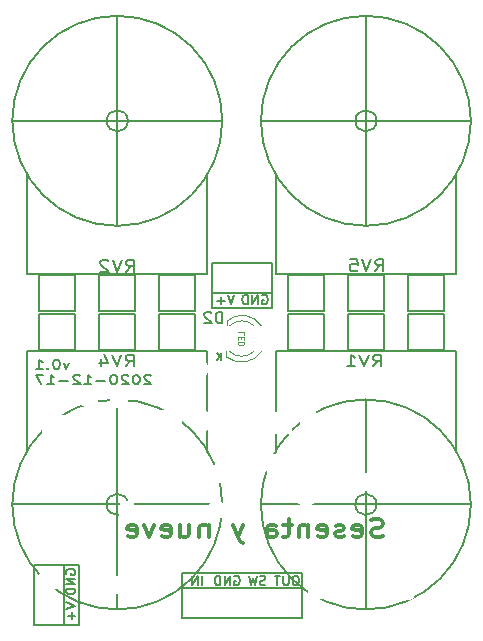
<source format=gbr>
%TF.GenerationSoftware,KiCad,Pcbnew,6.0.0+dfsg1-2*%
%TF.CreationDate,2022-01-11T21:34:29+02:00*%
%TF.ProjectId,sesenta-y-nueve,73657365-6e74-4612-9d79-2d6e75657665,rev?*%
%TF.SameCoordinates,Original*%
%TF.FileFunction,Legend,Bot*%
%TF.FilePolarity,Positive*%
%FSLAX46Y46*%
G04 Gerber Fmt 4.6, Leading zero omitted, Abs format (unit mm)*
G04 Created by KiCad (PCBNEW 6.0.0+dfsg1-2) date 2022-01-11 21:34:29*
%MOMM*%
%LPD*%
G01*
G04 APERTURE LIST*
%ADD10C,0.127000*%
%ADD11C,0.300000*%
%ADD12C,0.152400*%
%ADD13C,0.150000*%
%ADD14C,0.100000*%
%ADD15C,0.120000*%
%ADD16R,2.540000X2.540000*%
%ADD17O,2.540000X2.540000*%
%ADD18R,1.930400X1.930400*%
%ADD19O,1.930400X1.930400*%
%ADD20C,1.600000*%
%ADD21O,1.600000X1.600000*%
%ADD22R,2.200000X2.200000*%
%ADD23O,2.200000X2.200000*%
%ADD24R,1.600000X1.600000*%
%ADD25R,1.800000X1.800000*%
%ADD26C,1.800000*%
G04 APERTURE END LIST*
D10*
X124957550Y-92834571D02*
X124719454Y-93367904D01*
X124481359Y-92834571D01*
X123909930Y-92567904D02*
X123814692Y-92567904D01*
X123719454Y-92606000D01*
X123671835Y-92644095D01*
X123624216Y-92720285D01*
X123576597Y-92872666D01*
X123576597Y-93063142D01*
X123624216Y-93215523D01*
X123671835Y-93291714D01*
X123719454Y-93329809D01*
X123814692Y-93367904D01*
X123909930Y-93367904D01*
X124005169Y-93329809D01*
X124052788Y-93291714D01*
X124100407Y-93215523D01*
X124148026Y-93063142D01*
X124148026Y-92872666D01*
X124100407Y-92720285D01*
X124052788Y-92644095D01*
X124005169Y-92606000D01*
X123909930Y-92567904D01*
X123148026Y-93291714D02*
X123100407Y-93329809D01*
X123148026Y-93367904D01*
X123195645Y-93329809D01*
X123148026Y-93291714D01*
X123148026Y-93367904D01*
X122148026Y-93367904D02*
X122719454Y-93367904D01*
X122433740Y-93367904D02*
X122433740Y-92567904D01*
X122528978Y-92682190D01*
X122624216Y-92758380D01*
X122719454Y-92796476D01*
X131862311Y-93932095D02*
X131814692Y-93894000D01*
X131719454Y-93855904D01*
X131481359Y-93855904D01*
X131386121Y-93894000D01*
X131338502Y-93932095D01*
X131290883Y-94008285D01*
X131290883Y-94084476D01*
X131338502Y-94198761D01*
X131909930Y-94655904D01*
X131290883Y-94655904D01*
X130671835Y-93855904D02*
X130576597Y-93855904D01*
X130481359Y-93894000D01*
X130433740Y-93932095D01*
X130386121Y-94008285D01*
X130338502Y-94160666D01*
X130338502Y-94351142D01*
X130386121Y-94503523D01*
X130433740Y-94579714D01*
X130481359Y-94617809D01*
X130576597Y-94655904D01*
X130671835Y-94655904D01*
X130767073Y-94617809D01*
X130814692Y-94579714D01*
X130862311Y-94503523D01*
X130909930Y-94351142D01*
X130909930Y-94160666D01*
X130862311Y-94008285D01*
X130814692Y-93932095D01*
X130767073Y-93894000D01*
X130671835Y-93855904D01*
X129957550Y-93932095D02*
X129909930Y-93894000D01*
X129814692Y-93855904D01*
X129576597Y-93855904D01*
X129481359Y-93894000D01*
X129433740Y-93932095D01*
X129386121Y-94008285D01*
X129386121Y-94084476D01*
X129433740Y-94198761D01*
X130005169Y-94655904D01*
X129386121Y-94655904D01*
X128767073Y-93855904D02*
X128671835Y-93855904D01*
X128576597Y-93894000D01*
X128528978Y-93932095D01*
X128481359Y-94008285D01*
X128433740Y-94160666D01*
X128433740Y-94351142D01*
X128481359Y-94503523D01*
X128528978Y-94579714D01*
X128576597Y-94617809D01*
X128671835Y-94655904D01*
X128767073Y-94655904D01*
X128862311Y-94617809D01*
X128909930Y-94579714D01*
X128957550Y-94503523D01*
X129005169Y-94351142D01*
X129005169Y-94160666D01*
X128957550Y-94008285D01*
X128909930Y-93932095D01*
X128862311Y-93894000D01*
X128767073Y-93855904D01*
X128005169Y-94351142D02*
X127243264Y-94351142D01*
X126243264Y-94655904D02*
X126814692Y-94655904D01*
X126528978Y-94655904D02*
X126528978Y-93855904D01*
X126624216Y-93970190D01*
X126719454Y-94046380D01*
X126814692Y-94084476D01*
X125862311Y-93932095D02*
X125814692Y-93894000D01*
X125719454Y-93855904D01*
X125481359Y-93855904D01*
X125386121Y-93894000D01*
X125338502Y-93932095D01*
X125290883Y-94008285D01*
X125290883Y-94084476D01*
X125338502Y-94198761D01*
X125909930Y-94655904D01*
X125290883Y-94655904D01*
X124862311Y-94351142D02*
X124100407Y-94351142D01*
X123100407Y-94655904D02*
X123671835Y-94655904D01*
X123386121Y-94655904D02*
X123386121Y-93855904D01*
X123481359Y-93970190D01*
X123576597Y-94046380D01*
X123671835Y-94084476D01*
X122767073Y-93855904D02*
X122100407Y-93855904D01*
X122528978Y-94655904D01*
D11*
X151492857Y-107507142D02*
X151235714Y-107578571D01*
X150807142Y-107578571D01*
X150635714Y-107507142D01*
X150550000Y-107435714D01*
X150464285Y-107292857D01*
X150464285Y-107150000D01*
X150550000Y-107007142D01*
X150635714Y-106935714D01*
X150807142Y-106864285D01*
X151150000Y-106792857D01*
X151321428Y-106721428D01*
X151407142Y-106650000D01*
X151492857Y-106507142D01*
X151492857Y-106364285D01*
X151407142Y-106221428D01*
X151321428Y-106150000D01*
X151150000Y-106078571D01*
X150721428Y-106078571D01*
X150464285Y-106150000D01*
X149007142Y-107507142D02*
X149178571Y-107578571D01*
X149521428Y-107578571D01*
X149692857Y-107507142D01*
X149778571Y-107364285D01*
X149778571Y-106792857D01*
X149692857Y-106650000D01*
X149521428Y-106578571D01*
X149178571Y-106578571D01*
X149007142Y-106650000D01*
X148921428Y-106792857D01*
X148921428Y-106935714D01*
X149778571Y-107078571D01*
X148235714Y-107507142D02*
X148064285Y-107578571D01*
X147721428Y-107578571D01*
X147550000Y-107507142D01*
X147464285Y-107364285D01*
X147464285Y-107292857D01*
X147550000Y-107150000D01*
X147721428Y-107078571D01*
X147978571Y-107078571D01*
X148150000Y-107007142D01*
X148235714Y-106864285D01*
X148235714Y-106792857D01*
X148150000Y-106650000D01*
X147978571Y-106578571D01*
X147721428Y-106578571D01*
X147550000Y-106650000D01*
X146007142Y-107507142D02*
X146178571Y-107578571D01*
X146521428Y-107578571D01*
X146692857Y-107507142D01*
X146778571Y-107364285D01*
X146778571Y-106792857D01*
X146692857Y-106650000D01*
X146521428Y-106578571D01*
X146178571Y-106578571D01*
X146007142Y-106650000D01*
X145921428Y-106792857D01*
X145921428Y-106935714D01*
X146778571Y-107078571D01*
X145150000Y-106578571D02*
X145150000Y-107578571D01*
X145150000Y-106721428D02*
X145064285Y-106650000D01*
X144892857Y-106578571D01*
X144635714Y-106578571D01*
X144464285Y-106650000D01*
X144378571Y-106792857D01*
X144378571Y-107578571D01*
X143778571Y-106578571D02*
X143092857Y-106578571D01*
X143521428Y-106078571D02*
X143521428Y-107364285D01*
X143435714Y-107507142D01*
X143264285Y-107578571D01*
X143092857Y-107578571D01*
X141721428Y-107578571D02*
X141721428Y-106792857D01*
X141807142Y-106650000D01*
X141978571Y-106578571D01*
X142321428Y-106578571D01*
X142492857Y-106650000D01*
X141721428Y-107507142D02*
X141892857Y-107578571D01*
X142321428Y-107578571D01*
X142492857Y-107507142D01*
X142578571Y-107364285D01*
X142578571Y-107221428D01*
X142492857Y-107078571D01*
X142321428Y-107007142D01*
X141892857Y-107007142D01*
X141721428Y-106935714D01*
X139664285Y-106578571D02*
X139235714Y-107578571D01*
X138807142Y-106578571D02*
X139235714Y-107578571D01*
X139407142Y-107935714D01*
X139492857Y-108007142D01*
X139664285Y-108078571D01*
X136750000Y-106578571D02*
X136750000Y-107578571D01*
X136750000Y-106721428D02*
X136664285Y-106650000D01*
X136492857Y-106578571D01*
X136235714Y-106578571D01*
X136064285Y-106650000D01*
X135978571Y-106792857D01*
X135978571Y-107578571D01*
X134350000Y-106578571D02*
X134350000Y-107578571D01*
X135121428Y-106578571D02*
X135121428Y-107364285D01*
X135035714Y-107507142D01*
X134864285Y-107578571D01*
X134607142Y-107578571D01*
X134435714Y-107507142D01*
X134350000Y-107435714D01*
X132807142Y-107507142D02*
X132978571Y-107578571D01*
X133321428Y-107578571D01*
X133492857Y-107507142D01*
X133578571Y-107364285D01*
X133578571Y-106792857D01*
X133492857Y-106650000D01*
X133321428Y-106578571D01*
X132978571Y-106578571D01*
X132807142Y-106650000D01*
X132721428Y-106792857D01*
X132721428Y-106935714D01*
X133578571Y-107078571D01*
X132121428Y-106578571D02*
X131692857Y-107578571D01*
X131264285Y-106578571D01*
X129892857Y-107507142D02*
X130064285Y-107578571D01*
X130407142Y-107578571D01*
X130578571Y-107507142D01*
X130664285Y-107364285D01*
X130664285Y-106792857D01*
X130578571Y-106650000D01*
X130407142Y-106578571D01*
X130064285Y-106578571D01*
X129892857Y-106650000D01*
X129807142Y-106792857D01*
X129807142Y-106935714D01*
X130664285Y-107078571D01*
D12*
%TO.C,RV5*%
X150864285Y-85077380D02*
X151264285Y-84601190D01*
X151550000Y-85077380D02*
X151550000Y-84077380D01*
X151092857Y-84077380D01*
X150978571Y-84125000D01*
X150921428Y-84172619D01*
X150864285Y-84267857D01*
X150864285Y-84410714D01*
X150921428Y-84505952D01*
X150978571Y-84553571D01*
X151092857Y-84601190D01*
X151550000Y-84601190D01*
X150521428Y-84077380D02*
X150121428Y-85077380D01*
X149721428Y-84077380D01*
X148750000Y-84077380D02*
X149321428Y-84077380D01*
X149378571Y-84553571D01*
X149321428Y-84505952D01*
X149207142Y-84458333D01*
X148921428Y-84458333D01*
X148807142Y-84505952D01*
X148750000Y-84553571D01*
X148692857Y-84648809D01*
X148692857Y-84886904D01*
X148750000Y-84982142D01*
X148807142Y-85029761D01*
X148921428Y-85077380D01*
X149207142Y-85077380D01*
X149321428Y-85029761D01*
X149378571Y-84982142D01*
D13*
%TO.C,J2*%
X124666904Y-113135095D02*
X125466904Y-113401761D01*
X124666904Y-113668428D01*
X125162142Y-113935095D02*
X125162142Y-114544619D01*
X125466904Y-114239857D02*
X124857380Y-114239857D01*
X124705000Y-110747476D02*
X124666904Y-110671285D01*
X124666904Y-110557000D01*
X124705000Y-110442714D01*
X124781190Y-110366523D01*
X124857380Y-110328428D01*
X125009761Y-110290333D01*
X125124047Y-110290333D01*
X125276428Y-110328428D01*
X125352619Y-110366523D01*
X125428809Y-110442714D01*
X125466904Y-110557000D01*
X125466904Y-110633190D01*
X125428809Y-110747476D01*
X125390714Y-110785571D01*
X125124047Y-110785571D01*
X125124047Y-110633190D01*
X125466904Y-111128428D02*
X124666904Y-111128428D01*
X125466904Y-111585571D01*
X124666904Y-111585571D01*
X125466904Y-111966523D02*
X124666904Y-111966523D01*
X124666904Y-112157000D01*
X124705000Y-112271285D01*
X124781190Y-112347476D01*
X124857380Y-112385571D01*
X125009761Y-112423666D01*
X125124047Y-112423666D01*
X125276428Y-112385571D01*
X125352619Y-112347476D01*
X125428809Y-112271285D01*
X125466904Y-112157000D01*
X125466904Y-111966523D01*
D12*
%TO.C,RV2*%
X129768154Y-85127380D02*
X130170321Y-84651190D01*
X130457583Y-85127380D02*
X130457583Y-84127380D01*
X129997964Y-84127380D01*
X129883059Y-84175000D01*
X129825607Y-84222619D01*
X129768154Y-84317857D01*
X129768154Y-84460714D01*
X129825607Y-84555952D01*
X129883059Y-84603571D01*
X129997964Y-84651190D01*
X130457583Y-84651190D01*
X129423440Y-84127380D02*
X129021273Y-85127380D01*
X128619107Y-84127380D01*
X128274392Y-84222619D02*
X128216940Y-84175000D01*
X128102035Y-84127380D01*
X127814773Y-84127380D01*
X127699869Y-84175000D01*
X127642416Y-84222619D01*
X127584964Y-84317857D01*
X127584964Y-84413095D01*
X127642416Y-84555952D01*
X128331845Y-85127380D01*
X127584964Y-85127380D01*
D13*
%TO.C,J1*%
X141555714Y-111618809D02*
X141441428Y-111656904D01*
X141250952Y-111656904D01*
X141174761Y-111618809D01*
X141136666Y-111580714D01*
X141098571Y-111504523D01*
X141098571Y-111428333D01*
X141136666Y-111352142D01*
X141174761Y-111314047D01*
X141250952Y-111275952D01*
X141403333Y-111237857D01*
X141479523Y-111199761D01*
X141517619Y-111161666D01*
X141555714Y-111085476D01*
X141555714Y-111009285D01*
X141517619Y-110933095D01*
X141479523Y-110895000D01*
X141403333Y-110856904D01*
X141212857Y-110856904D01*
X141098571Y-110895000D01*
X140831904Y-110856904D02*
X140641428Y-111656904D01*
X140489047Y-111085476D01*
X140336666Y-111656904D01*
X140146190Y-110856904D01*
X138939523Y-110895000D02*
X139015714Y-110856904D01*
X139130000Y-110856904D01*
X139244285Y-110895000D01*
X139320476Y-110971190D01*
X139358571Y-111047380D01*
X139396666Y-111199761D01*
X139396666Y-111314047D01*
X139358571Y-111466428D01*
X139320476Y-111542619D01*
X139244285Y-111618809D01*
X139130000Y-111656904D01*
X139053809Y-111656904D01*
X138939523Y-111618809D01*
X138901428Y-111580714D01*
X138901428Y-111314047D01*
X139053809Y-111314047D01*
X138558571Y-111656904D02*
X138558571Y-110856904D01*
X138101428Y-111656904D01*
X138101428Y-110856904D01*
X137720476Y-111656904D02*
X137720476Y-110856904D01*
X137530000Y-110856904D01*
X137415714Y-110895000D01*
X137339523Y-110971190D01*
X137301428Y-111047380D01*
X137263333Y-111199761D01*
X137263333Y-111314047D01*
X137301428Y-111466428D01*
X137339523Y-111542619D01*
X137415714Y-111618809D01*
X137530000Y-111656904D01*
X137720476Y-111656904D01*
X144210000Y-110856904D02*
X144057619Y-110856904D01*
X143981428Y-110895000D01*
X143905238Y-110971190D01*
X143867142Y-111123571D01*
X143867142Y-111390238D01*
X143905238Y-111542619D01*
X143981428Y-111618809D01*
X144057619Y-111656904D01*
X144210000Y-111656904D01*
X144286190Y-111618809D01*
X144362380Y-111542619D01*
X144400476Y-111390238D01*
X144400476Y-111123571D01*
X144362380Y-110971190D01*
X144286190Y-110895000D01*
X144210000Y-110856904D01*
X143524285Y-110856904D02*
X143524285Y-111504523D01*
X143486190Y-111580714D01*
X143448095Y-111618809D01*
X143371904Y-111656904D01*
X143219523Y-111656904D01*
X143143333Y-111618809D01*
X143105238Y-111580714D01*
X143067142Y-111504523D01*
X143067142Y-110856904D01*
X142800476Y-110856904D02*
X142343333Y-110856904D01*
X142571904Y-111656904D02*
X142571904Y-110856904D01*
X136209047Y-111656904D02*
X136209047Y-110856904D01*
X135828095Y-111656904D02*
X135828095Y-110856904D01*
X135370952Y-111656904D01*
X135370952Y-110856904D01*
D12*
%TO.C,RV1*%
X150668154Y-93152380D02*
X151070321Y-92676190D01*
X151357583Y-93152380D02*
X151357583Y-92152380D01*
X150897964Y-92152380D01*
X150783059Y-92200000D01*
X150725607Y-92247619D01*
X150668154Y-92342857D01*
X150668154Y-92485714D01*
X150725607Y-92580952D01*
X150783059Y-92628571D01*
X150897964Y-92676190D01*
X151357583Y-92676190D01*
X150323440Y-92152380D02*
X149921273Y-93152380D01*
X149519107Y-92152380D01*
X148484964Y-93152380D02*
X149174392Y-93152380D01*
X148829678Y-93152380D02*
X148829678Y-92152380D01*
X148944583Y-92295238D01*
X149059488Y-92390476D01*
X149174392Y-92438095D01*
D13*
%TO.C,J3*%
X138904904Y-87096904D02*
X138638238Y-87896904D01*
X138371571Y-87096904D01*
X138104904Y-87592142D02*
X137495380Y-87592142D01*
X137800142Y-87896904D02*
X137800142Y-87287380D01*
X141292523Y-87135000D02*
X141368714Y-87096904D01*
X141483000Y-87096904D01*
X141597285Y-87135000D01*
X141673476Y-87211190D01*
X141711571Y-87287380D01*
X141749666Y-87439761D01*
X141749666Y-87554047D01*
X141711571Y-87706428D01*
X141673476Y-87782619D01*
X141597285Y-87858809D01*
X141483000Y-87896904D01*
X141406809Y-87896904D01*
X141292523Y-87858809D01*
X141254428Y-87820714D01*
X141254428Y-87554047D01*
X141406809Y-87554047D01*
X140911571Y-87896904D02*
X140911571Y-87096904D01*
X140454428Y-87896904D01*
X140454428Y-87096904D01*
X140073476Y-87896904D02*
X140073476Y-87096904D01*
X139883000Y-87096904D01*
X139768714Y-87135000D01*
X139692523Y-87211190D01*
X139654428Y-87287380D01*
X139616333Y-87439761D01*
X139616333Y-87554047D01*
X139654428Y-87706428D01*
X139692523Y-87782619D01*
X139768714Y-87858809D01*
X139883000Y-87896904D01*
X140073476Y-87896904D01*
D12*
%TO.C,RV4*%
X129718154Y-93152380D02*
X130120321Y-92676190D01*
X130407583Y-93152380D02*
X130407583Y-92152380D01*
X129947964Y-92152380D01*
X129833059Y-92200000D01*
X129775607Y-92247619D01*
X129718154Y-92342857D01*
X129718154Y-92485714D01*
X129775607Y-92580952D01*
X129833059Y-92628571D01*
X129947964Y-92676190D01*
X130407583Y-92676190D01*
X129373440Y-92152380D02*
X128971273Y-93152380D01*
X128569107Y-92152380D01*
X127649869Y-92485714D02*
X127649869Y-93152380D01*
X127937130Y-92104761D02*
X128224392Y-92819047D01*
X127477511Y-92819047D01*
D13*
%TO.C,D2*%
X137928095Y-89502380D02*
X137928095Y-88502380D01*
X137690000Y-88502380D01*
X137547142Y-88550000D01*
X137451904Y-88645238D01*
X137404285Y-88740476D01*
X137356666Y-88930952D01*
X137356666Y-89073809D01*
X137404285Y-89264285D01*
X137451904Y-89359523D01*
X137547142Y-89454761D01*
X137690000Y-89502380D01*
X137928095Y-89502380D01*
X136975714Y-88597619D02*
X136928095Y-88550000D01*
X136832857Y-88502380D01*
X136594761Y-88502380D01*
X136499523Y-88550000D01*
X136451904Y-88597619D01*
X136404285Y-88692857D01*
X136404285Y-88788095D01*
X136451904Y-88930952D01*
X137023333Y-89502380D01*
X136404285Y-89502380D01*
D10*
X137837542Y-92636228D02*
X137837542Y-92036228D01*
X137494685Y-92636228D02*
X137751828Y-92293371D01*
X137494685Y-92036228D02*
X137837542Y-92379085D01*
D14*
X139760790Y-90468571D02*
X139760790Y-90230476D01*
X139260790Y-90230476D01*
X139498885Y-90635238D02*
X139498885Y-90801904D01*
X139760790Y-90873333D02*
X139760790Y-90635238D01*
X139260790Y-90635238D01*
X139260790Y-90873333D01*
X139760790Y-91087619D02*
X139260790Y-91087619D01*
X139260790Y-91206666D01*
X139284600Y-91278095D01*
X139332219Y-91325714D01*
X139379838Y-91349523D01*
X139475076Y-91373333D01*
X139546504Y-91373333D01*
X139641742Y-91349523D01*
X139689361Y-91325714D01*
X139736980Y-91278095D01*
X139760790Y-91206666D01*
X139760790Y-91087619D01*
D10*
%TO.C,RV5*%
X153626000Y-88484000D02*
X156674000Y-88484000D01*
X148546000Y-85436000D02*
X148546000Y-88484000D01*
X142450000Y-76800000D02*
X142450000Y-85309000D01*
X151594000Y-88484000D02*
X151594000Y-85436000D01*
X157690000Y-85309000D02*
X157690000Y-76800000D01*
X156674000Y-88484000D02*
X156674000Y-85436000D01*
X141180000Y-72355000D02*
X158960000Y-72355000D01*
X153626000Y-85436000D02*
X156674000Y-85436000D01*
X143466000Y-85436000D02*
X146514000Y-85436000D01*
X150070000Y-81245000D02*
X150070000Y-63465000D01*
X148546000Y-85436000D02*
X151594000Y-85436000D01*
X143466000Y-88484000D02*
X146514000Y-88484000D01*
X142450000Y-85309000D02*
X157690000Y-85309000D01*
X143466000Y-85436000D02*
X143466000Y-88484000D01*
X146514000Y-88484000D02*
X146514000Y-85436000D01*
X153626000Y-85436000D02*
X153626000Y-88484000D01*
X148546000Y-88484000D02*
X151594000Y-88484000D01*
X141180000Y-72355000D02*
G75*
G03*
X150070000Y-81245000I8890001J1D01*
G01*
X150070002Y-63465000D02*
G75*
G03*
X141180000Y-72355000I-102J-8889900D01*
G01*
X158960000Y-72355002D02*
G75*
G03*
X150070000Y-63465000I-8889900J102D01*
G01*
X150070000Y-81245000D02*
G75*
G03*
X158960000Y-72355000I-1J8890001D01*
G01*
X150968000Y-72355000D02*
G75*
G03*
X150968000Y-72355000I-898000J0D01*
G01*
%TO.C,J2*%
X125740000Y-115040000D02*
X125740000Y-109960000D01*
X125740000Y-115040000D02*
X124470000Y-115040000D01*
X124470000Y-115040000D02*
X124470000Y-109960000D01*
X125740000Y-109960000D02*
X124470000Y-109960000D01*
X124470000Y-109960000D02*
X121930000Y-109960000D01*
X124470000Y-115040000D02*
X121930000Y-115040000D01*
X121930000Y-109960000D02*
X121930000Y-115040000D01*
%TO.C,RV2*%
X120130000Y-72355000D02*
X137910000Y-72355000D01*
X135624000Y-88484000D02*
X135624000Y-85436000D01*
X132576000Y-85436000D02*
X135624000Y-85436000D01*
X122416000Y-88484000D02*
X125464000Y-88484000D01*
X132576000Y-85436000D02*
X132576000Y-88484000D01*
X122416000Y-85436000D02*
X122416000Y-88484000D01*
X129020000Y-81245000D02*
X129020000Y-63465000D01*
X127496000Y-85436000D02*
X127496000Y-88484000D01*
X127496000Y-85436000D02*
X130544000Y-85436000D01*
X121400000Y-76800000D02*
X121400000Y-85309000D01*
X125464000Y-88484000D02*
X125464000Y-85436000D01*
X122416000Y-85436000D02*
X125464000Y-85436000D01*
X132576000Y-88484000D02*
X135624000Y-88484000D01*
X136640000Y-85309000D02*
X136640000Y-76800000D01*
X121400000Y-85309000D02*
X136640000Y-85309000D01*
X127496000Y-88484000D02*
X130544000Y-88484000D01*
X130544000Y-88484000D02*
X130544000Y-85436000D01*
X129020002Y-63465000D02*
G75*
G03*
X120130000Y-72355000I-102J-8889900D01*
G01*
X137910000Y-72355002D02*
G75*
G03*
X129020000Y-63465000I-8889900J102D01*
G01*
X129020000Y-81245000D02*
G75*
G03*
X137910000Y-72355000I-1J8890001D01*
G01*
X120130000Y-72355000D02*
G75*
G03*
X129020000Y-81245000I8890001J1D01*
G01*
X129918000Y-72355000D02*
G75*
G03*
X129918000Y-72355000I-898000J0D01*
G01*
%TO.C,J1*%
X134520000Y-111930000D02*
X134520000Y-110660000D01*
X144680000Y-111930000D02*
X144680000Y-110660000D01*
X144680000Y-114470000D02*
X144680000Y-111930000D01*
X134520000Y-114470000D02*
X134520000Y-111930000D01*
X134520000Y-114470000D02*
X144680000Y-114470000D01*
X134520000Y-110660000D02*
X144680000Y-110660000D01*
X144680000Y-111930000D02*
X134520000Y-111930000D01*
%TO.C,RV1*%
X146514000Y-88706000D02*
X143466000Y-88706000D01*
X153626000Y-88706000D02*
X153626000Y-91754000D01*
X151594000Y-91754000D02*
X148546000Y-91754000D01*
X156674000Y-88706000D02*
X153626000Y-88706000D01*
X146514000Y-91754000D02*
X146514000Y-88706000D01*
X156674000Y-91754000D02*
X156674000Y-88706000D01*
X143466000Y-88706000D02*
X143466000Y-91754000D01*
X151594000Y-88706000D02*
X148546000Y-88706000D01*
X158960000Y-104835000D02*
X141180000Y-104835000D01*
X142450000Y-91881000D02*
X142450000Y-100390000D01*
X150070000Y-95945000D02*
X150070000Y-113725000D01*
X157690000Y-91881000D02*
X142450000Y-91881000D01*
X151594000Y-91754000D02*
X151594000Y-88706000D01*
X148546000Y-88706000D02*
X148546000Y-91754000D01*
X146514000Y-91754000D02*
X143466000Y-91754000D01*
X157690000Y-100390000D02*
X157690000Y-91881000D01*
X156674000Y-91754000D02*
X153626000Y-91754000D01*
X141180000Y-104834998D02*
G75*
G03*
X150070000Y-113725000I8889900J-102D01*
G01*
X150069998Y-113725000D02*
G75*
G03*
X158960000Y-104835000I102J8889900D01*
G01*
X150070000Y-95945000D02*
G75*
G03*
X141180000Y-104835000I1J-8890001D01*
G01*
X158960000Y-104835000D02*
G75*
G03*
X150070000Y-95945000I-8890001J-1D01*
G01*
X150968000Y-104835000D02*
G75*
G03*
X150968000Y-104835000I-898000J0D01*
G01*
%TO.C,J3*%
X137000000Y-86900000D02*
X137000000Y-84360000D01*
X142080000Y-88170000D02*
X142080000Y-86900000D01*
X137000000Y-86900000D02*
X142080000Y-86900000D01*
X142080000Y-84360000D02*
X137000000Y-84360000D01*
X137000000Y-88170000D02*
X142080000Y-88170000D01*
X137000000Y-88170000D02*
X137000000Y-86900000D01*
X142080000Y-86900000D02*
X142080000Y-84360000D01*
%TO.C,RV4*%
X130544000Y-88706000D02*
X127496000Y-88706000D01*
X129020000Y-95945000D02*
X129020000Y-113725000D01*
X135624000Y-88706000D02*
X132576000Y-88706000D01*
X125464000Y-88706000D02*
X122416000Y-88706000D01*
X132576000Y-88706000D02*
X132576000Y-91754000D01*
X130544000Y-91754000D02*
X130544000Y-88706000D01*
X136640000Y-100390000D02*
X136640000Y-91881000D01*
X121400000Y-91881000D02*
X121400000Y-100390000D01*
X122416000Y-88706000D02*
X122416000Y-91754000D01*
X125464000Y-91754000D02*
X122416000Y-91754000D01*
X136640000Y-91881000D02*
X121400000Y-91881000D01*
X130544000Y-91754000D02*
X127496000Y-91754000D01*
X135624000Y-91754000D02*
X132576000Y-91754000D01*
X127496000Y-88706000D02*
X127496000Y-91754000D01*
X135624000Y-91754000D02*
X135624000Y-88706000D01*
X137910000Y-104835000D02*
X120130000Y-104835000D01*
X125464000Y-91754000D02*
X125464000Y-88706000D01*
X137910000Y-104835000D02*
G75*
G03*
X129020000Y-95945000I-8890001J-1D01*
G01*
X129020000Y-95945000D02*
G75*
G03*
X120130000Y-104835000I1J-8890001D01*
G01*
X120130000Y-104834998D02*
G75*
G03*
X129020000Y-113725000I8889900J-102D01*
G01*
X129019998Y-113725000D02*
G75*
G03*
X137910000Y-104835000I102J8889900D01*
G01*
X129918000Y-104835000D02*
G75*
G03*
X129918000Y-104835000I-898000J0D01*
G01*
D15*
%TO.C,D2*%
X138239200Y-92314000D02*
X138239200Y-91870000D01*
X138290000Y-89672400D02*
X138290000Y-89316800D01*
X138290001Y-92364799D02*
G75*
G03*
X141232334Y-91868608I1244678J1591133D01*
G01*
X138519039Y-91870000D02*
G75*
G03*
X140601130Y-91869837I1040961J1080000D01*
G01*
X140601130Y-89710163D02*
G75*
G03*
X138519039Y-89710000I-1041130J-1079837D01*
G01*
X141232334Y-89711393D02*
G75*
G03*
X138290000Y-89316800I-1639431J-1057385D01*
G01*
%TD*%
%LPC*%
D16*
%TO.C,RV5*%
X155150000Y-86960000D03*
D17*
X150070000Y-86960000D03*
X144990000Y-86960000D03*
%TD*%
D18*
%TO.C,J2*%
X123200000Y-113770000D03*
D19*
X123200000Y-111230000D03*
%TD*%
D20*
%TO.C,R4*%
X129850000Y-102225000D03*
D21*
X137470000Y-102225000D03*
%TD*%
D16*
%TO.C,RV2*%
X134100000Y-86960000D03*
D17*
X129020000Y-86960000D03*
X123940000Y-86960000D03*
%TD*%
D18*
%TO.C,J1*%
X135790000Y-113200000D03*
D19*
X138330000Y-113200000D03*
X140870000Y-113200000D03*
X143410000Y-113200000D03*
%TD*%
D16*
%TO.C,RV1*%
X144990000Y-90230000D03*
D17*
X150070000Y-90230000D03*
X155150000Y-90230000D03*
%TD*%
D18*
%TO.C,J3*%
X138270000Y-85630000D03*
D19*
X140810000Y-85630000D03*
%TD*%
D20*
%TO.C,R7*%
X145925000Y-112200000D03*
D21*
X153545000Y-112200000D03*
%TD*%
D22*
%TO.C,D1*%
X123710000Y-98350000D03*
D23*
X123710000Y-108510000D03*
%TD*%
D20*
%TO.C,R5*%
X153625000Y-98900000D03*
D21*
X153625000Y-106520000D03*
%TD*%
D20*
%TO.C,R2*%
X137475000Y-105275000D03*
D21*
X129855000Y-105275000D03*
%TD*%
D24*
%TO.C,C3*%
X129150000Y-95900000D03*
D20*
X126650000Y-95900000D03*
%TD*%
D16*
%TO.C,RV4*%
X123940000Y-90230000D03*
D17*
X129020000Y-90230000D03*
X134100000Y-90230000D03*
%TD*%
D19*
%TO.C,RV3*%
X139885000Y-104075000D03*
X142425000Y-101535000D03*
X144965000Y-104075000D03*
%TD*%
D24*
%TO.C,C1*%
X147700000Y-102950000D03*
D20*
X150200000Y-102950000D03*
%TD*%
D24*
%TO.C,C2*%
X128775000Y-111675000D03*
D20*
X131275000Y-111675000D03*
%TD*%
%TO.C,R1*%
X145925000Y-109150000D03*
D21*
X153545000Y-109150000D03*
%TD*%
D20*
%TO.C,R3*%
X127075000Y-107450000D03*
D21*
X127075000Y-99830000D03*
%TD*%
D18*
%TO.C,Q1*%
X142860000Y-97900000D03*
D19*
X145400000Y-97900000D03*
X147940000Y-97900000D03*
%TD*%
D20*
%TO.C,C4*%
X149425000Y-94875000D03*
X154425000Y-94875000D03*
%TD*%
%TO.C,R6*%
X135910000Y-93380000D03*
D21*
X143530000Y-93380000D03*
%TD*%
D18*
%TO.C,Q2*%
X133585000Y-97800000D03*
D19*
X136125000Y-97800000D03*
X138665000Y-97800000D03*
%TD*%
D25*
%TO.C,D2*%
X138290000Y-90790000D03*
D26*
X140830000Y-90790000D03*
%TD*%
M02*

</source>
